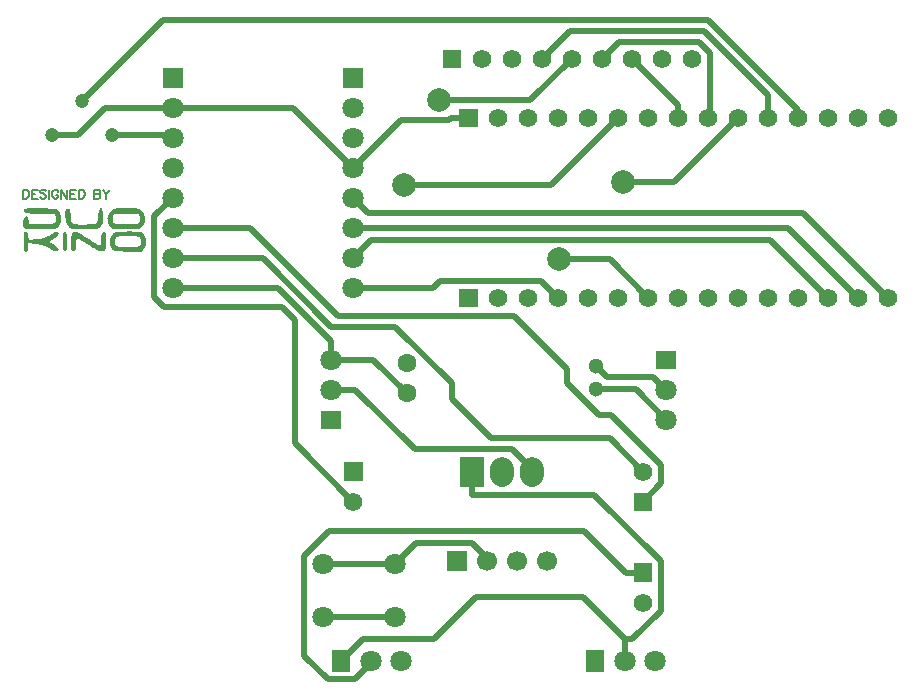
<source format=gtl>
G04 Layer: TopLayer*
G04 EasyEDA v6.4.7, 2020-12-06T11:07:03+08:00*
G04 Gerber Generator version 0.2*
G04 Scale: 100 percent, Rotated: No, Reflected: No *
G04 Dimensions in millimeters *
G04 leading zeros omitted , absolute positions ,3 integer and 3 decimal *
%FSLAX33Y33*%
%MOMM*%
G90*
D02*

%ADD11C,0.499999*%
%ADD12C,0.200000*%
%ADD13C,1.999996*%
%ADD14R,1.574800X1.574800*%
%ADD15C,1.574800*%
%ADD18C,1.699997*%
%ADD19R,1.799996X1.799996*%
%ADD20C,1.799996*%
%ADD21R,1.799996X1.574800*%
%ADD23C,1.198880*%
%ADD24C,1.299997*%
%ADD25C,1.599997*%

%LPD*%

%LPD*%
G36*
G01X9536Y41650D02*
G01X8921Y41650D01*
G01X8824Y41649D01*
G01X8737Y41648D01*
G01X8656Y41646D01*
G01X8584Y41643D01*
G01X8518Y41640D01*
G01X8459Y41635D01*
G01X8405Y41630D01*
G01X8357Y41623D01*
G01X8312Y41615D01*
G01X8273Y41606D01*
G01X8236Y41595D01*
G01X8203Y41582D01*
G01X8172Y41568D01*
G01X8143Y41551D01*
G01X8115Y41533D01*
G01X8088Y41513D01*
G01X8061Y41490D01*
G01X8034Y41466D01*
G01X8005Y41438D01*
G01X7975Y41408D01*
G01X7943Y41375D01*
G01X7900Y41328D01*
G01X7860Y41282D01*
G01X7825Y41235D01*
G01X7793Y41189D01*
G01X7765Y41142D01*
G01X7741Y41095D01*
G01X7721Y41048D01*
G01X7704Y41000D01*
G01X7692Y40952D01*
G01X7682Y40904D01*
G01X7677Y40855D01*
G01X7675Y40805D01*
G01X7678Y40738D01*
G01X7685Y40668D01*
G01X7696Y40599D01*
G01X7711Y40528D01*
G01X7731Y40459D01*
G01X7753Y40390D01*
G01X7779Y40324D01*
G01X7807Y40260D01*
G01X7837Y40199D01*
G01X7870Y40141D01*
G01X7904Y40089D01*
G01X7941Y40042D01*
G01X7978Y40000D01*
G01X8015Y39965D01*
G01X8053Y39938D01*
G01X8092Y39919D01*
G01X8108Y39914D01*
G01X8130Y39910D01*
G01X8159Y39905D01*
G01X8194Y39900D01*
G01X8234Y39896D01*
G01X8280Y39892D01*
G01X8332Y39888D01*
G01X8388Y39884D01*
G01X8448Y39881D01*
G01X8513Y39878D01*
G01X8581Y39874D01*
G01X8653Y39871D01*
G01X8728Y39869D01*
G01X8806Y39867D01*
G01X8887Y39865D01*
G01X8970Y39863D01*
G01X9054Y39862D01*
G01X9140Y39861D01*
G01X9228Y39861D01*
G01X9316Y39860D01*
G01X9441Y39860D01*
G01X9556Y39861D01*
G01X9662Y39861D01*
G01X9758Y39862D01*
G01X9847Y39863D01*
G01X9927Y39865D01*
G01X10000Y39868D01*
G01X10067Y39871D01*
G01X10127Y39875D01*
G01X10181Y39881D01*
G01X10230Y39887D01*
G01X10275Y39894D01*
G01X10314Y39902D01*
G01X10351Y39912D01*
G01X10384Y39923D01*
G01X10414Y39936D01*
G01X10441Y39951D01*
G01X10467Y39966D01*
G01X10492Y39984D01*
G01X10516Y40004D01*
G01X10540Y40026D01*
G01X10564Y40049D01*
G01X10589Y40075D01*
G01X10615Y40104D01*
G01X10654Y40150D01*
G01X10690Y40200D01*
G01X10723Y40251D01*
G01X10751Y40306D01*
G01X10777Y40362D01*
G01X10798Y40419D01*
G01X10816Y40478D01*
G01X10831Y40538D01*
G01X10841Y40599D01*
G01X10848Y40660D01*
G01X10852Y40722D01*
G01X10852Y40784D01*
G01X10849Y40845D01*
G01X10842Y40906D01*
G01X10832Y40966D01*
G01X10817Y41025D01*
G01X10800Y41082D01*
G01X10779Y41138D01*
G01X10754Y41192D01*
G01X10726Y41244D01*
G01X10695Y41293D01*
G01X10660Y41340D01*
G01X10622Y41383D01*
G01X10580Y41423D01*
G01X10545Y41454D01*
G01X10512Y41481D01*
G01X10479Y41506D01*
G01X10446Y41529D01*
G01X10412Y41548D01*
G01X10376Y41566D01*
G01X10339Y41581D01*
G01X10298Y41595D01*
G01X10252Y41607D01*
G01X10203Y41616D01*
G01X10147Y41625D01*
G01X10085Y41632D01*
G01X10016Y41637D01*
G01X9939Y41642D01*
G01X9853Y41645D01*
G01X9758Y41647D01*
G01X9653Y41649D01*
G01X9536Y41650D01*
G37*

%LPC*%
G36*
G01X8786Y41169D02*
G01X8689Y41170D01*
G01X8603Y41169D01*
G01X8529Y41167D01*
G01X8463Y41164D01*
G01X8407Y41159D01*
G01X8358Y41153D01*
G01X8317Y41145D01*
G01X8282Y41135D01*
G01X8253Y41123D01*
G01X8230Y41109D01*
G01X8210Y41093D01*
G01X8194Y41074D01*
G01X8179Y41054D01*
G01X8167Y41030D01*
G01X8156Y41003D01*
G01X8145Y40974D01*
G01X8123Y40902D01*
G01X8108Y40831D01*
G01X8101Y40763D01*
G01X8101Y40698D01*
G01X8109Y40636D01*
G01X8123Y40578D01*
G01X8145Y40524D01*
G01X8173Y40474D01*
G01X8208Y40430D01*
G01X8250Y40391D01*
G01X8298Y40359D01*
G01X8353Y40332D01*
G01X8382Y40322D01*
G01X8419Y40313D01*
G01X8462Y40305D01*
G01X8512Y40298D01*
G01X8567Y40292D01*
G01X8627Y40286D01*
G01X8692Y40281D01*
G01X8761Y40277D01*
G01X8835Y40275D01*
G01X8910Y40272D01*
G01X8989Y40271D01*
G01X9070Y40270D01*
G01X9152Y40270D01*
G01X9235Y40271D01*
G01X9319Y40273D01*
G01X9404Y40275D01*
G01X9570Y40281D01*
G01X9730Y40291D01*
G01X9806Y40296D01*
G01X9880Y40302D01*
G01X9950Y40309D01*
G01X10016Y40316D01*
G01X10078Y40324D01*
G01X10134Y40333D01*
G01X10185Y40342D01*
G01X10230Y40351D01*
G01X10268Y40361D01*
G01X10299Y40371D01*
G01X10323Y40382D01*
G01X10338Y40394D01*
G01X10358Y40421D01*
G01X10374Y40458D01*
G01X10389Y40505D01*
G01X10400Y40559D01*
G01X10408Y40619D01*
G01X10412Y40683D01*
G01X10412Y40748D01*
G01X10408Y40814D01*
G01X10379Y41132D01*
G01X9300Y41159D01*
G01X9151Y41163D01*
G01X9015Y41166D01*
G01X8894Y41168D01*
G01X8786Y41169D01*
G37*

%LPD*%
G36*
G01X7132Y41656D02*
G01X7116Y41659D01*
G01X7099Y41658D01*
G01X7082Y41652D01*
G01X7065Y41642D01*
G01X7049Y41628D01*
G01X7032Y41609D01*
G01X7016Y41586D01*
G01X7000Y41559D01*
G01X6986Y41528D01*
G01X6971Y41492D01*
G01X6957Y41452D01*
G01X6944Y41408D01*
G01X6932Y41359D01*
G01X6920Y41306D01*
G01X6910Y41249D01*
G01X6901Y41187D01*
G01X6893Y41121D01*
G01X6886Y41050D01*
G01X6881Y40975D01*
G01X6873Y40875D01*
G01X6863Y40777D01*
G01X6850Y40686D01*
G01X6836Y40603D01*
G01X6820Y40530D01*
G01X6804Y40471D01*
G01X6787Y40426D01*
G01X6770Y40399D01*
G01X6755Y40388D01*
G01X6733Y40376D01*
G01X6705Y40366D01*
G01X6671Y40355D01*
G01X6631Y40345D01*
G01X6586Y40335D01*
G01X6536Y40326D01*
G01X6482Y40317D01*
G01X6424Y40309D01*
G01X6363Y40301D01*
G01X6298Y40294D01*
G01X6230Y40287D01*
G01X6161Y40281D01*
G01X6015Y40271D01*
G01X5941Y40267D01*
G01X5865Y40263D01*
G01X5790Y40261D01*
G01X5715Y40258D01*
G01X5639Y40256D01*
G01X5493Y40256D01*
G01X5422Y40257D01*
G01X5353Y40259D01*
G01X5286Y40261D01*
G01X5223Y40264D01*
G01X5163Y40269D01*
G01X5106Y40274D01*
G01X5054Y40279D01*
G01X5006Y40286D01*
G01X4964Y40294D01*
G01X4926Y40303D01*
G01X4870Y40318D01*
G01X4821Y40333D01*
G01X4778Y40347D01*
G01X4741Y40363D01*
G01X4710Y40380D01*
G01X4683Y40400D01*
G01X4661Y40424D01*
G01X4643Y40453D01*
G01X4628Y40487D01*
G01X4616Y40528D01*
G01X4607Y40576D01*
G01X4599Y40633D01*
G01X4593Y40699D01*
G01X4588Y40776D01*
G01X4583Y40865D01*
G01X4578Y40965D01*
G01X4572Y41068D01*
G01X4564Y41162D01*
G01X4554Y41248D01*
G01X4542Y41323D01*
G01X4527Y41390D01*
G01X4510Y41447D01*
G01X4491Y41496D01*
G01X4469Y41537D01*
G01X4445Y41568D01*
G01X4417Y41591D01*
G01X4388Y41606D01*
G01X4355Y41612D01*
G01X4320Y41611D01*
G01X4281Y41601D01*
G01X4240Y41583D01*
G01X4196Y41558D01*
G01X4175Y41541D01*
G01X4156Y41517D01*
G01X4141Y41486D01*
G01X4127Y41451D01*
G01X4116Y41410D01*
G01X4107Y41364D01*
G01X4100Y41314D01*
G01X4096Y41260D01*
G01X4093Y41203D01*
G01X4093Y41143D01*
G01X4094Y41081D01*
G01X4098Y41017D01*
G01X4104Y40951D01*
G01X4111Y40884D01*
G01X4120Y40817D01*
G01X4131Y40749D01*
G01X4143Y40682D01*
G01X4157Y40616D01*
G01X4173Y40551D01*
G01X4191Y40487D01*
G01X4209Y40426D01*
G01X4229Y40368D01*
G01X4250Y40312D01*
G01X4273Y40260D01*
G01X4297Y40212D01*
G01X4322Y40169D01*
G01X4348Y40130D01*
G01X4375Y40097D01*
G01X4400Y40070D01*
G01X4425Y40045D01*
G01X4448Y40021D01*
G01X4471Y40000D01*
G01X4495Y39981D01*
G01X4520Y39964D01*
G01X4547Y39948D01*
G01X4575Y39934D01*
G01X4606Y39922D01*
G01X4640Y39911D01*
G01X4677Y39901D01*
G01X4719Y39893D01*
G01X4765Y39886D01*
G01X4816Y39880D01*
G01X4873Y39875D01*
G01X4936Y39871D01*
G01X5006Y39868D01*
G01X5083Y39865D01*
G01X5167Y39863D01*
G01X5260Y39862D01*
G01X5362Y39861D01*
G01X5473Y39861D01*
G01X5594Y39860D01*
G01X5858Y39860D01*
G01X5981Y39861D01*
G01X6093Y39861D01*
G01X6196Y39862D01*
G01X6289Y39863D01*
G01X6374Y39865D01*
G01X6452Y39867D01*
G01X6522Y39871D01*
G01X6585Y39875D01*
G01X6641Y39880D01*
G01X6692Y39886D01*
G01X6738Y39894D01*
G01X6779Y39902D01*
G01X6816Y39912D01*
G01X6850Y39924D01*
G01X6880Y39936D01*
G01X6909Y39951D01*
G01X6935Y39968D01*
G01X6960Y39986D01*
G01X6984Y40007D01*
G01X7008Y40029D01*
G01X7032Y40054D01*
G01X7058Y40080D01*
G01X7084Y40110D01*
G01X7118Y40148D01*
G01X7148Y40185D01*
G01X7175Y40222D01*
G01X7199Y40260D01*
G01X7220Y40298D01*
G01X7238Y40337D01*
G01X7254Y40378D01*
G01X7267Y40423D01*
G01X7279Y40470D01*
G01X7287Y40522D01*
G01X7295Y40578D01*
G01X7300Y40640D01*
G01X7304Y40707D01*
G01X7307Y40781D01*
G01X7308Y40863D01*
G01X7309Y40952D01*
G01X7308Y41028D01*
G01X7306Y41098D01*
G01X7301Y41165D01*
G01X7296Y41228D01*
G01X7289Y41286D01*
G01X7281Y41341D01*
G01X7272Y41390D01*
G01X7261Y41436D01*
G01X7250Y41477D01*
G01X7237Y41515D01*
G01X7224Y41547D01*
G01X7210Y41576D01*
G01X7195Y41601D01*
G01X7180Y41621D01*
G01X7164Y41637D01*
G01X7149Y41648D01*
G01X7132Y41656D01*
G37*

%LPD*%
G36*
G01X1497Y41643D02*
G01X1320Y41643D01*
G01X1241Y41642D01*
G01X1168Y41640D01*
G01X1101Y41638D01*
G01X1040Y41635D01*
G01X983Y41631D01*
G01X933Y41627D01*
G01X887Y41622D01*
G01X845Y41616D01*
G01X808Y41610D01*
G01X775Y41603D01*
G01X746Y41595D01*
G01X720Y41585D01*
G01X697Y41576D01*
G01X678Y41566D01*
G01X661Y41554D01*
G01X647Y41542D01*
G01X635Y41529D01*
G01X616Y41505D01*
G01X601Y41482D01*
G01X589Y41460D01*
G01X581Y41439D01*
G01X576Y41419D01*
G01X574Y41400D01*
G01X575Y41382D01*
G01X581Y41365D01*
G01X589Y41349D01*
G01X602Y41333D01*
G01X619Y41318D01*
G01X639Y41304D01*
G01X663Y41291D01*
G01X692Y41279D01*
G01X724Y41267D01*
G01X762Y41256D01*
G01X803Y41246D01*
G01X848Y41236D01*
G01X899Y41228D01*
G01X954Y41219D01*
G01X1013Y41212D01*
G01X1077Y41204D01*
G01X1146Y41198D01*
G01X1220Y41192D01*
G01X1298Y41186D01*
G01X1383Y41181D01*
G01X1472Y41176D01*
G01X1566Y41172D01*
G01X1666Y41168D01*
G01X1771Y41165D01*
G01X1882Y41162D01*
G01X1997Y41159D01*
G01X3227Y41132D01*
G01X3316Y40872D01*
G01X3338Y40800D01*
G01X3352Y40737D01*
G01X3358Y40681D01*
G01X3354Y40631D01*
G01X3342Y40585D01*
G01X3320Y40539D01*
G01X3288Y40495D01*
G01X3246Y40448D01*
G01X3225Y40428D01*
G01X3203Y40410D01*
G01X3180Y40394D01*
G01X3154Y40379D01*
G01X3125Y40365D01*
G01X3093Y40352D01*
G01X3057Y40341D01*
G01X3017Y40332D01*
G01X2972Y40323D01*
G01X2923Y40315D01*
G01X2868Y40308D01*
G01X2807Y40303D01*
G01X2741Y40298D01*
G01X2667Y40294D01*
G01X2586Y40291D01*
G01X2497Y40288D01*
G01X2401Y40286D01*
G01X2296Y40285D01*
G01X2182Y40284D01*
G01X1031Y40284D01*
G01X1001Y40567D01*
G01X994Y40626D01*
G01X983Y40684D01*
G01X971Y40740D01*
G01X957Y40792D01*
G01X941Y40839D01*
G01X925Y40880D01*
G01X908Y40912D01*
G01X891Y40935D01*
G01X864Y40958D01*
G01X835Y40971D01*
G01X805Y40975D01*
G01X775Y40971D01*
G01X745Y40959D01*
G01X714Y40939D01*
G01X685Y40913D01*
G01X657Y40880D01*
G01X630Y40842D01*
G01X606Y40800D01*
G01X584Y40752D01*
G01X564Y40701D01*
G01X549Y40646D01*
G01X537Y40589D01*
G01X530Y40530D01*
G01X527Y40469D01*
G01X527Y40360D01*
G01X528Y40311D01*
G01X529Y40265D01*
G01X531Y40222D01*
G01X535Y40183D01*
G01X540Y40146D01*
G01X547Y40113D01*
G01X556Y40082D01*
G01X567Y40054D01*
G01X581Y40028D01*
G01X598Y40005D01*
G01X619Y39983D01*
G01X643Y39964D01*
G01X670Y39948D01*
G01X702Y39932D01*
G01X738Y39919D01*
G01X779Y39908D01*
G01X824Y39898D01*
G01X875Y39890D01*
G01X932Y39883D01*
G01X994Y39877D01*
G01X1062Y39872D01*
G01X1137Y39868D01*
G01X1218Y39865D01*
G01X1307Y39863D01*
G01X1402Y39862D01*
G01X1505Y39861D01*
G01X1615Y39861D01*
G01X1734Y39860D01*
G01X2268Y39860D01*
G01X2389Y39861D01*
G01X2500Y39861D01*
G01X2603Y39862D01*
G01X2698Y39863D01*
G01X2785Y39864D01*
G01X2865Y39866D01*
G01X2937Y39868D01*
G01X3003Y39871D01*
G01X3062Y39875D01*
G01X3117Y39880D01*
G01X3165Y39885D01*
G01X3209Y39891D01*
G01X3248Y39898D01*
G01X3283Y39906D01*
G01X3315Y39916D01*
G01X3344Y39926D01*
G01X3369Y39938D01*
G01X3392Y39951D01*
G01X3414Y39965D01*
G01X3434Y39981D01*
G01X3452Y39998D01*
G01X3471Y40017D01*
G01X3488Y40037D01*
G01X3507Y40059D01*
G01X3525Y40083D01*
G01X3545Y40109D01*
G01X3575Y40151D01*
G01X3602Y40196D01*
G01X3627Y40244D01*
G01X3649Y40294D01*
G01X3669Y40347D01*
G01X3686Y40401D01*
G01X3700Y40457D01*
G01X3712Y40515D01*
G01X3722Y40573D01*
G01X3729Y40632D01*
G01X3734Y40692D01*
G01X3736Y40752D01*
G01X3735Y40811D01*
G01X3732Y40871D01*
G01X3726Y40930D01*
G01X3718Y40987D01*
G01X3707Y41044D01*
G01X3694Y41099D01*
G01X3678Y41152D01*
G01X3660Y41203D01*
G01X3638Y41252D01*
G01X3615Y41298D01*
G01X3589Y41341D01*
G01X3560Y41381D01*
G01X3539Y41407D01*
G01X3519Y41430D01*
G01X3499Y41452D01*
G01X3479Y41472D01*
G01X3433Y41506D01*
G01X3407Y41521D01*
G01X3378Y41535D01*
G01X3346Y41547D01*
G01X3309Y41557D01*
G01X3268Y41568D01*
G01X3222Y41576D01*
G01X3170Y41584D01*
G01X3112Y41591D01*
G01X3047Y41597D01*
G01X2975Y41603D01*
G01X2895Y41608D01*
G01X2806Y41612D01*
G01X2708Y41616D01*
G01X2601Y41620D01*
G01X2484Y41623D01*
G01X2355Y41627D01*
G01X2216Y41630D01*
G01X2065Y41634D01*
G01X1935Y41637D01*
G01X1815Y41639D01*
G01X1701Y41641D01*
G01X1596Y41642D01*
G01X1497Y41643D01*
G37*

%LPD*%
G36*
G01X4898Y39665D02*
G01X4866Y39665D01*
G01X4836Y39663D01*
G01X4809Y39657D01*
G01X4784Y39648D01*
G01X4761Y39637D01*
G01X4740Y39624D01*
G01X4721Y39607D01*
G01X4705Y39587D01*
G01X4689Y39565D01*
G01X4677Y39538D01*
G01X4664Y39502D01*
G01X4653Y39456D01*
G01X4642Y39404D01*
G01X4632Y39344D01*
G01X4623Y39279D01*
G01X4615Y39208D01*
G01X4608Y39133D01*
G01X4601Y39056D01*
G01X4596Y38975D01*
G01X4592Y38892D01*
G01X4588Y38810D01*
G01X4586Y38727D01*
G01X4585Y38646D01*
G01X4584Y38566D01*
G01X4585Y38489D01*
G01X4587Y38416D01*
G01X4591Y38347D01*
G01X4595Y38284D01*
G01X4601Y38227D01*
G01X4608Y38177D01*
G01X4616Y38136D01*
G01X4626Y38103D01*
G01X4637Y38080D01*
G01X4683Y38033D01*
G01X4742Y38004D01*
G01X4807Y37994D01*
G01X4871Y38006D01*
G01X4897Y38019D01*
G01X4920Y38037D01*
G01X4940Y38060D01*
G01X4958Y38089D01*
G01X4973Y38124D01*
G01X4986Y38166D01*
G01X4996Y38214D01*
G01X5004Y38271D01*
G01X5010Y38336D01*
G01X5014Y38409D01*
G01X5017Y38493D01*
G01X5018Y38585D01*
G01X5020Y38711D01*
G01X5025Y38819D01*
G01X5033Y38909D01*
G01X5046Y38981D01*
G01X5062Y39037D01*
G01X5083Y39076D01*
G01X5106Y39099D01*
G01X5135Y39106D01*
G01X5151Y39103D01*
G01X5176Y39095D01*
G01X5208Y39081D01*
G01X5248Y39062D01*
G01X5294Y39038D01*
G01X5346Y39009D01*
G01X5404Y38977D01*
G01X5468Y38940D01*
G01X5536Y38900D01*
G01X5608Y38856D01*
G01X5684Y38810D01*
G01X5763Y38760D01*
G01X5845Y38709D01*
G01X5929Y38655D01*
G01X6015Y38599D01*
G01X6103Y38541D01*
G01X6179Y38491D01*
G01X6253Y38442D01*
G01X6325Y38396D01*
G01X6394Y38353D01*
G01X6461Y38312D01*
G01X6525Y38273D01*
G01X6587Y38237D01*
G01X6647Y38204D01*
G01X6705Y38172D01*
G01X6760Y38143D01*
G01X6813Y38117D01*
G01X6864Y38093D01*
G01X6913Y38072D01*
G01X6960Y38053D01*
G01X7004Y38037D01*
G01X7047Y38023D01*
G01X7088Y38012D01*
G01X7127Y38003D01*
G01X7163Y37997D01*
G01X7198Y37994D01*
G01X7231Y37993D01*
G01X7263Y37995D01*
G01X7292Y37999D01*
G01X7320Y38006D01*
G01X7347Y38016D01*
G01X7371Y38028D01*
G01X7394Y38043D01*
G01X7415Y38060D01*
G01X7435Y38081D01*
G01X7453Y38104D01*
G01X7470Y38129D01*
G01X7485Y38158D01*
G01X7500Y38189D01*
G01X7512Y38223D01*
G01X7523Y38260D01*
G01X7533Y38299D01*
G01X7542Y38341D01*
G01X7549Y38386D01*
G01X7556Y38434D01*
G01X7561Y38484D01*
G01X7565Y38537D01*
G01X7568Y38594D01*
G01X7570Y38653D01*
G01X7571Y38714D01*
G01X7571Y38779D01*
G01X7570Y38847D01*
G01X7568Y38917D01*
G01X7565Y38991D01*
G01X7559Y39121D01*
G01X7552Y39233D01*
G01X7545Y39327D01*
G01X7536Y39405D01*
G01X7525Y39468D01*
G01X7512Y39518D01*
G01X7496Y39557D01*
G01X7476Y39585D01*
G01X7452Y39605D01*
G01X7425Y39617D01*
G01X7392Y39623D01*
G01X7355Y39625D01*
G01X7317Y39623D01*
G01X7285Y39617D01*
G01X7257Y39605D01*
G01X7234Y39587D01*
G01X7214Y39560D01*
G01X7198Y39524D01*
G01X7185Y39477D01*
G01X7173Y39418D01*
G01X7164Y39346D01*
G01X7157Y39259D01*
G01X7150Y39156D01*
G01X7144Y39036D01*
G01X7137Y38917D01*
G01X7128Y38807D01*
G01X7118Y38708D01*
G01X7106Y38620D01*
G01X7093Y38549D01*
G01X7079Y38494D01*
G01X7066Y38460D01*
G01X7053Y38448D01*
G01X7044Y38451D01*
G01X7030Y38457D01*
G01X7010Y38466D01*
G01X6985Y38480D01*
G01X6955Y38497D01*
G01X6920Y38517D01*
G01X6881Y38541D01*
G01X6837Y38567D01*
G01X6789Y38596D01*
G01X6738Y38628D01*
G01X6683Y38663D01*
G01X6624Y38700D01*
G01X6563Y38739D01*
G01X6499Y38780D01*
G01X6432Y38823D01*
G01X6364Y38868D01*
G01X6293Y38914D01*
G01X6147Y39010D01*
G01X6072Y39060D01*
G01X5978Y39122D01*
G01X5889Y39181D01*
G01X5803Y39235D01*
G01X5722Y39287D01*
G01X5643Y39335D01*
G01X5569Y39379D01*
G01X5499Y39420D01*
G01X5431Y39458D01*
G01X5368Y39493D01*
G01X5307Y39524D01*
G01X5250Y39552D01*
G01X5195Y39577D01*
G01X5144Y39599D01*
G01X5096Y39618D01*
G01X5051Y39633D01*
G01X5008Y39646D01*
G01X4969Y39655D01*
G01X4932Y39661D01*
G01X4898Y39665D01*
G37*

%LPD*%
G36*
G01X4053Y39658D02*
G01X4030Y39658D01*
G01X4011Y39654D01*
G01X3993Y39644D01*
G01X3978Y39629D01*
G01X3965Y39607D01*
G01X3954Y39577D01*
G01X3945Y39538D01*
G01X3937Y39490D01*
G01X3931Y39432D01*
G01X3926Y39363D01*
G01X3923Y39282D01*
G01X3921Y39189D01*
G01X3919Y39081D01*
G01X3918Y38961D01*
G01X3918Y38687D01*
G01X3919Y38566D01*
G01X3921Y38459D01*
G01X3923Y38365D01*
G01X3926Y38284D01*
G01X3931Y38215D01*
G01X3937Y38157D01*
G01X3945Y38109D01*
G01X3954Y38071D01*
G01X3965Y38041D01*
G01X3978Y38019D01*
G01X3993Y38003D01*
G01X4011Y37994D01*
G01X4030Y37990D01*
G01X4053Y37990D01*
G01X4078Y37994D01*
G01X4103Y38000D01*
G01X4125Y38009D01*
G01X4144Y38022D01*
G01X4162Y38039D01*
G01X4177Y38060D01*
G01X4189Y38087D01*
G01X4201Y38121D01*
G01X4210Y38162D01*
G01X4218Y38210D01*
G01X4225Y38267D01*
G01X4229Y38333D01*
G01X4233Y38409D01*
G01X4236Y38495D01*
G01X4238Y38592D01*
G01X4239Y38702D01*
G01X4239Y38946D01*
G01X4238Y39055D01*
G01X4236Y39153D01*
G01X4233Y39239D01*
G01X4229Y39315D01*
G01X4225Y39381D01*
G01X4218Y39437D01*
G01X4210Y39486D01*
G01X4201Y39526D01*
G01X4189Y39560D01*
G01X4177Y39587D01*
G01X4162Y39609D01*
G01X4144Y39626D01*
G01X4125Y39639D01*
G01X4103Y39647D01*
G01X4078Y39654D01*
G01X4053Y39658D01*
G37*

%LPD*%
G36*
G01X9718Y39672D02*
G01X9336Y39672D01*
G01X9218Y39671D01*
G01X9109Y39671D01*
G01X9009Y39670D01*
G01X8917Y39668D01*
G01X8833Y39667D01*
G01X8756Y39664D01*
G01X8687Y39661D01*
G01X8623Y39657D01*
G01X8566Y39652D01*
G01X8514Y39647D01*
G01X8467Y39640D01*
G01X8425Y39633D01*
G01X8387Y39624D01*
G01X8353Y39614D01*
G01X8322Y39603D01*
G01X8293Y39591D01*
G01X8267Y39577D01*
G01X8243Y39562D01*
G01X8220Y39545D01*
G01X8198Y39527D01*
G01X8177Y39507D01*
G01X8155Y39485D01*
G01X8134Y39461D01*
G01X8091Y39412D01*
G01X8052Y39362D01*
G01X8017Y39311D01*
G01X7986Y39259D01*
G01X7958Y39206D01*
G01X7934Y39152D01*
G01X7915Y39097D01*
G01X7898Y39042D01*
G01X7886Y38985D01*
G01X7877Y38928D01*
G01X7871Y38870D01*
G01X7870Y38810D01*
G01X7872Y38750D01*
G01X7879Y38689D01*
G01X7888Y38627D01*
G01X7901Y38565D01*
G01X7914Y38515D01*
G01X7926Y38468D01*
G01X7940Y38424D01*
G01X7953Y38382D01*
G01X7967Y38344D01*
G01X7982Y38307D01*
G01X7998Y38274D01*
G01X8016Y38242D01*
G01X8035Y38213D01*
G01X8056Y38186D01*
G01X8079Y38161D01*
G01X8105Y38138D01*
G01X8133Y38117D01*
G01X8164Y38098D01*
G01X8197Y38081D01*
G01X8234Y38065D01*
G01X8274Y38051D01*
G01X8317Y38039D01*
G01X8365Y38028D01*
G01X8417Y38018D01*
G01X8473Y38010D01*
G01X8533Y38002D01*
G01X8598Y37996D01*
G01X8669Y37991D01*
G01X8744Y37987D01*
G01X8824Y37983D01*
G01X8910Y37981D01*
G01X9002Y37979D01*
G01X9100Y37977D01*
G01X9204Y37977D01*
G01X9315Y37976D01*
G01X10611Y37976D01*
G01X10797Y38282D01*
G01X10827Y38334D01*
G01X10853Y38388D01*
G01X10876Y38443D01*
G01X10895Y38499D01*
G01X10911Y38556D01*
G01X10924Y38614D01*
G01X10933Y38673D01*
G01X10939Y38732D01*
G01X10941Y38792D01*
G01X10940Y38852D01*
G01X10936Y38912D01*
G01X10929Y38973D01*
G01X10917Y39033D01*
G01X10903Y39094D01*
G01X10885Y39154D01*
G01X10865Y39214D01*
G01X10840Y39273D01*
G01X10813Y39331D01*
G01X10782Y39389D01*
G01X10747Y39446D01*
G01X10730Y39473D01*
G01X10714Y39497D01*
G01X10697Y39518D01*
G01X10681Y39539D01*
G01X10662Y39557D01*
G01X10643Y39573D01*
G01X10622Y39588D01*
G01X10597Y39602D01*
G01X10570Y39613D01*
G01X10540Y39624D01*
G01X10505Y39633D01*
G01X10466Y39641D01*
G01X10422Y39647D01*
G01X10373Y39653D01*
G01X10317Y39658D01*
G01X10255Y39662D01*
G01X10186Y39665D01*
G01X10109Y39667D01*
G01X10025Y39669D01*
G01X9931Y39670D01*
G01X9829Y39671D01*
G01X9718Y39672D01*
G37*

%LPC*%
G36*
G01X9502Y39297D02*
G01X9331Y39297D01*
G01X9246Y39295D01*
G01X9162Y39293D01*
G01X9079Y39290D01*
G01X8999Y39286D01*
G01X8922Y39281D01*
G01X8848Y39275D01*
G01X8778Y39268D01*
G01X8713Y39261D01*
G01X8652Y39252D01*
G01X8597Y39243D01*
G01X8549Y39232D01*
G01X8506Y39221D01*
G01X8472Y39209D01*
G01X8445Y39196D01*
G01X8427Y39182D01*
G01X8394Y39140D01*
G01X8368Y39088D01*
G01X8347Y39029D01*
G01X8332Y38964D01*
G01X8324Y38895D01*
G01X8321Y38824D01*
G01X8324Y38753D01*
G01X8332Y38684D01*
G01X8347Y38619D01*
G01X8368Y38559D01*
G01X8394Y38507D01*
G01X8427Y38466D01*
G01X8445Y38452D01*
G01X8472Y38439D01*
G01X8506Y38427D01*
G01X8549Y38415D01*
G01X8597Y38405D01*
G01X8652Y38395D01*
G01X8713Y38387D01*
G01X8778Y38379D01*
G01X8848Y38372D01*
G01X8922Y38366D01*
G01X8999Y38362D01*
G01X9079Y38358D01*
G01X9162Y38354D01*
G01X9246Y38352D01*
G01X9331Y38350D01*
G01X9502Y38350D01*
G01X9587Y38352D01*
G01X9671Y38354D01*
G01X9754Y38358D01*
G01X9834Y38362D01*
G01X9911Y38366D01*
G01X9985Y38372D01*
G01X10055Y38379D01*
G01X10120Y38387D01*
G01X10181Y38395D01*
G01X10236Y38405D01*
G01X10284Y38415D01*
G01X10326Y38427D01*
G01X10361Y38439D01*
G01X10388Y38452D01*
G01X10406Y38466D01*
G01X10428Y38493D01*
G01X10449Y38529D01*
G01X10467Y38571D01*
G01X10484Y38618D01*
G01X10497Y38667D01*
G01X10507Y38720D01*
G01X10514Y38772D01*
G01X10516Y38824D01*
G01X10514Y38875D01*
G01X10507Y38928D01*
G01X10497Y38980D01*
G01X10484Y39030D01*
G01X10467Y39077D01*
G01X10449Y39119D01*
G01X10428Y39154D01*
G01X10406Y39182D01*
G01X10388Y39196D01*
G01X10361Y39209D01*
G01X10326Y39221D01*
G01X10284Y39232D01*
G01X10236Y39243D01*
G01X10181Y39252D01*
G01X10120Y39261D01*
G01X10055Y39268D01*
G01X9985Y39275D01*
G01X9911Y39281D01*
G01X9834Y39286D01*
G01X9754Y39290D01*
G01X9671Y39293D01*
G01X9587Y39295D01*
G01X9502Y39297D01*
G37*

%LPD*%
G36*
G01X3369Y39660D02*
G01X3327Y39660D01*
G01X3278Y39648D01*
G01X3219Y39624D01*
G01X3150Y39588D01*
G01X3066Y39539D01*
G01X2986Y39491D01*
G01X2910Y39446D01*
G01X2838Y39404D01*
G01X2770Y39364D01*
G01X2705Y39328D01*
G01X2642Y39295D01*
G01X2583Y39264D01*
G01X2525Y39236D01*
G01X2469Y39210D01*
G01X2415Y39187D01*
G01X2362Y39166D01*
G01X2310Y39146D01*
G01X2258Y39129D01*
G01X2206Y39113D01*
G01X2154Y39100D01*
G01X2101Y39088D01*
G01X2047Y39076D01*
G01X1992Y39067D01*
G01X1935Y39059D01*
G01X1876Y39051D01*
G01X1814Y39044D01*
G01X1750Y39038D01*
G01X1682Y39033D01*
G01X1611Y39029D01*
G01X999Y38992D01*
G01X969Y39308D01*
G01X960Y39382D01*
G01X946Y39448D01*
G01X929Y39504D01*
G01X907Y39552D01*
G01X881Y39591D01*
G01X851Y39621D01*
G01X817Y39642D01*
G01X779Y39654D01*
G01X717Y39657D01*
G01X664Y39640D01*
G01X629Y39607D01*
G01X614Y39561D01*
G01X613Y39525D01*
G01X612Y39483D01*
G01X611Y39434D01*
G01X610Y39379D01*
G01X609Y39320D01*
G01X608Y39255D01*
G01X608Y39187D01*
G01X607Y39117D01*
G01X606Y39043D01*
G01X606Y38892D01*
G01X605Y38816D01*
G01X605Y38457D01*
G01X606Y38395D01*
G01X606Y38337D01*
G01X607Y38284D01*
G01X607Y38237D01*
G01X608Y38198D01*
G01X609Y38165D01*
G01X610Y38141D01*
G01X627Y38073D01*
G01X667Y38021D01*
G01X726Y37988D01*
G01X802Y37976D01*
G01X853Y37979D01*
G01X894Y37990D01*
G01X926Y38011D01*
G01X950Y38042D01*
G01X967Y38087D01*
G01X978Y38147D01*
G01X984Y38224D01*
G01X986Y38319D01*
G01X986Y38663D01*
G01X1629Y38607D01*
G01X1701Y38600D01*
G01X1769Y38593D01*
G01X1836Y38585D01*
G01X1900Y38575D01*
G01X1962Y38565D01*
G01X2022Y38554D01*
G01X2081Y38542D01*
G01X2139Y38528D01*
G01X2196Y38514D01*
G01X2251Y38497D01*
G01X2306Y38479D01*
G01X2361Y38460D01*
G01X2416Y38439D01*
G01X2471Y38417D01*
G01X2527Y38393D01*
G01X2583Y38367D01*
G01X2640Y38339D01*
G01X2698Y38309D01*
G01X2757Y38277D01*
G01X2818Y38243D01*
G01X2923Y38184D01*
G01X3015Y38135D01*
G01X3096Y38094D01*
G01X3167Y38061D01*
G01X3228Y38035D01*
G01X3281Y38018D01*
G01X3326Y38008D01*
G01X3366Y38005D01*
G01X3400Y38008D01*
G01X3430Y38018D01*
G01X3456Y38034D01*
G01X3481Y38056D01*
G01X3511Y38091D01*
G01X3528Y38126D01*
G01X3534Y38160D01*
G01X3525Y38198D01*
G01X3503Y38238D01*
G01X3466Y38284D01*
G01X3414Y38338D01*
G01X3346Y38401D01*
G01X3292Y38448D01*
G01X3235Y38496D01*
G01X3178Y38543D01*
G01X3121Y38589D01*
G01X3066Y38631D01*
G01X3016Y38668D01*
G01X2971Y38700D01*
G01X2934Y38724D01*
G01X2847Y38782D01*
G01X2818Y38824D01*
G01X2847Y38866D01*
G01X2934Y38923D01*
G01X2971Y38947D01*
G01X3016Y38979D01*
G01X3066Y39017D01*
G01X3121Y39059D01*
G01X3178Y39104D01*
G01X3235Y39152D01*
G01X3292Y39199D01*
G01X3346Y39246D01*
G01X3415Y39310D01*
G01X3467Y39364D01*
G01X3504Y39410D01*
G01X3526Y39451D01*
G01X3534Y39488D01*
G01X3528Y39523D01*
G01X3509Y39557D01*
G01X3479Y39594D01*
G01X3443Y39627D01*
G01X3407Y39649D01*
G01X3369Y39660D01*
G37*

%LPD*%
G54D11*
G01X55999Y49293D02*
G01X55999Y50373D01*
G01X52080Y54292D01*
G01X32049Y7043D02*
G01X25951Y7043D01*
G01X52999Y16791D02*
G01X54576Y18369D01*
G01X54576Y19939D01*
G01X50342Y24173D01*
G01X49263Y24173D01*
G01X46601Y26837D01*
G01X46601Y28003D01*
G01X42080Y32524D01*
G01X27228Y32524D01*
G01X19771Y39982D01*
G01X13200Y39982D01*
G01X38559Y19293D02*
G01X38559Y17391D01*
G01X51501Y5133D02*
G01X51501Y3302D01*
G01X27459Y3302D02*
G01X29303Y5146D01*
G01X35293Y5146D01*
G01X38839Y8691D01*
G01X47939Y8691D01*
G01X51501Y5133D01*
G01X38559Y17391D02*
G01X48900Y17391D01*
G01X54541Y11750D01*
G01X54541Y7566D01*
G01X52110Y5133D01*
G01X51501Y5133D01*
G01X13200Y42522D02*
G01X11633Y40954D01*
G01X11633Y34127D01*
G01X12481Y33276D01*
G01X22418Y33276D01*
G01X23538Y32158D01*
G01X23538Y21755D01*
G01X28501Y16791D01*
G01X45839Y34053D02*
G01X44399Y35493D01*
G01X35849Y35493D01*
G01X35257Y34902D01*
G01X28440Y34902D01*
G01X13200Y34902D02*
G01X22070Y34902D01*
G01X26596Y30378D01*
G01X26596Y28834D01*
G01X26596Y28834D02*
G01X30190Y28834D01*
G01X32999Y26022D01*
G01X8039Y47871D02*
G01X12931Y47871D01*
G01X13200Y47602D01*
G01X32049Y11541D02*
G01X33802Y13294D01*
G01X38559Y13294D01*
G01X39829Y12024D01*
G01X39829Y11793D01*
G01X25951Y11541D02*
G01X32049Y11541D01*
G01X49022Y26304D02*
G01X52448Y26304D01*
G01X55001Y23754D01*
G01X13200Y50142D02*
G01X7467Y50142D01*
G01X5194Y47871D01*
G01X2959Y47871D01*
G01X28440Y45062D02*
G01X23360Y50142D01*
G01X13200Y50142D01*
G01X36779Y49293D02*
G01X36611Y49126D01*
G01X32504Y49126D01*
G01X28440Y45062D01*
G01X26596Y26294D02*
G01X28625Y26294D01*
G01X33670Y21247D01*
G01X41950Y21247D01*
G01X43639Y19560D01*
G01X43639Y19293D01*
G01X38219Y49293D02*
G01X36779Y49293D01*
G01X55001Y26294D02*
G01X53901Y27393D01*
G01X49933Y27393D01*
G01X49022Y28305D01*
G01X53459Y34053D02*
G01X50208Y37304D01*
G01X45874Y37304D01*
G01X58539Y49293D02*
G01X58696Y49451D01*
G01X58696Y54792D01*
G01X57734Y55755D01*
G01X51003Y55755D01*
G01X49540Y54292D01*
G01X66159Y49293D02*
G01X66159Y49992D01*
G01X58536Y57614D01*
G01X12400Y57614D01*
G01X5499Y50716D01*
G01X28440Y37442D02*
G01X29956Y38955D01*
G01X63797Y38955D01*
G01X68699Y34053D01*
G01X71239Y34053D02*
G01X65311Y39982D01*
G01X28440Y39982D01*
G01X73779Y34053D02*
G01X66593Y41239D01*
G01X29723Y41239D01*
G01X28440Y42522D01*
G01X63619Y49293D02*
G01X63619Y51198D01*
G01X58150Y56667D01*
G01X46835Y56667D01*
G01X44460Y54292D01*
G01X52999Y10792D02*
G01X51559Y10792D01*
G01X29999Y3302D02*
G01X29999Y3106D01*
G01X28641Y1750D01*
G01X26337Y1750D01*
G01X24353Y3733D01*
G01X24353Y12204D01*
G01X26464Y14315D01*
G01X48036Y14315D01*
G01X51559Y10792D01*
G01X35750Y50777D02*
G01X43487Y50777D01*
G01X47000Y54292D01*
G01X61079Y49293D02*
G01X55633Y43848D01*
G01X51300Y43848D01*
G01X50919Y49293D02*
G01X45237Y43611D01*
G01X32801Y43611D01*
G01X13200Y37442D02*
G01X20807Y37442D01*
G01X26629Y31620D01*
G01X32014Y31620D01*
G01X36830Y26807D01*
G01X36830Y25455D01*
G01X40132Y22151D01*
G01X50180Y22151D01*
G01X52999Y19331D01*
G54D12*
G01X528Y43225D02*
G01X528Y42461D01*
G01X528Y43225D02*
G01X782Y43225D01*
G01X891Y43190D01*
G01X965Y43116D01*
G01X1000Y43042D01*
G01X1036Y42933D01*
G01X1036Y42753D01*
G01X1000Y42644D01*
G01X965Y42570D01*
G01X891Y42496D01*
G01X782Y42461D01*
G01X528Y42461D01*
G01X1277Y43225D02*
G01X1277Y42461D01*
G01X1277Y43225D02*
G01X1750Y43225D01*
G01X1277Y42862D02*
G01X1567Y42862D01*
G01X1277Y42461D02*
G01X1750Y42461D01*
G01X2499Y43116D02*
G01X2425Y43190D01*
G01X2316Y43225D01*
G01X2171Y43225D01*
G01X2062Y43190D01*
G01X1988Y43116D01*
G01X1988Y43042D01*
G01X2026Y42971D01*
G01X2062Y42933D01*
G01X2136Y42898D01*
G01X2354Y42824D01*
G01X2425Y42788D01*
G01X2461Y42753D01*
G01X2499Y42679D01*
G01X2499Y42570D01*
G01X2425Y42496D01*
G01X2316Y42461D01*
G01X2171Y42461D01*
G01X2062Y42496D01*
G01X1988Y42570D01*
G01X2738Y43225D02*
G01X2738Y42461D01*
G01X3525Y43042D02*
G01X3487Y43116D01*
G01X3416Y43190D01*
G01X3342Y43225D01*
G01X3197Y43225D01*
G01X3124Y43190D01*
G01X3050Y43116D01*
G01X3014Y43042D01*
G01X2979Y42933D01*
G01X2979Y42753D01*
G01X3014Y42644D01*
G01X3050Y42570D01*
G01X3124Y42496D01*
G01X3197Y42461D01*
G01X3342Y42461D01*
G01X3416Y42496D01*
G01X3487Y42570D01*
G01X3525Y42644D01*
G01X3525Y42753D01*
G01X3342Y42753D02*
G01X3525Y42753D01*
G01X3764Y43225D02*
G01X3764Y42461D01*
G01X3764Y43225D02*
G01X4272Y42461D01*
G01X4272Y43225D02*
G01X4272Y42461D01*
G01X4513Y43225D02*
G01X4513Y42461D01*
G01X4513Y43225D02*
G01X4986Y43225D01*
G01X4513Y42862D02*
G01X4803Y42862D01*
G01X4513Y42461D02*
G01X4986Y42461D01*
G01X5227Y43225D02*
G01X5227Y42461D01*
G01X5227Y43225D02*
G01X5481Y43225D01*
G01X5590Y43190D01*
G01X5661Y43116D01*
G01X5699Y43042D01*
G01X5735Y42933D01*
G01X5735Y42753D01*
G01X5699Y42644D01*
G01X5661Y42570D01*
G01X5590Y42496D01*
G01X5481Y42461D01*
G01X5227Y42461D01*
G01X6535Y43225D02*
G01X6535Y42461D01*
G01X6535Y43225D02*
G01X6863Y43225D01*
G01X6972Y43190D01*
G01X7007Y43152D01*
G01X7043Y43080D01*
G01X7043Y43007D01*
G01X7007Y42933D01*
G01X6972Y42898D01*
G01X6863Y42862D01*
G01X6535Y42862D02*
G01X6863Y42862D01*
G01X6972Y42824D01*
G01X7007Y42788D01*
G01X7043Y42715D01*
G01X7043Y42605D01*
G01X7007Y42534D01*
G01X6972Y42496D01*
G01X6863Y42461D01*
G01X6535Y42461D01*
G01X7284Y43225D02*
G01X7574Y42862D01*
G01X7574Y42461D01*
G01X7866Y43225D02*
G01X7574Y42862D01*
G54D14*
G01X52999Y16792D03*
G54D15*
G01X52999Y19332D03*
G36*
G01X27712Y20120D02*
G01X29287Y20120D01*
G01X29287Y18545D01*
G01X27712Y18545D01*
G01X27712Y20120D01*
G37*
G01X28500Y16792D03*
G36*
G01X52212Y11580D02*
G01X53787Y11580D01*
G01X53787Y10005D01*
G01X52212Y10005D01*
G01X52212Y11580D01*
G37*
G01X52999Y8252D03*
G36*
G01X37558Y20542D02*
G01X39560Y20542D01*
G01X39560Y18043D01*
G01X37558Y18043D01*
G01X37558Y20542D01*
G37*
G36*
G01X36052Y55079D02*
G01X37627Y55079D01*
G01X37627Y53505D01*
G01X36052Y53505D01*
G01X36052Y55079D01*
G37*
G01X39380Y54292D03*
G01X41920Y54292D03*
G01X44460Y54292D03*
G01X47000Y54292D03*
G01X49540Y54292D03*
G01X52080Y54292D03*
G01X54620Y54292D03*
G01X57160Y54292D03*
G36*
G01X36439Y12643D02*
G01X38139Y12643D01*
G01X38139Y10943D01*
G01X36439Y10943D01*
G01X36439Y12643D01*
G37*
G54D18*
G01X39829Y11793D03*
G01X42369Y11793D03*
G01X44909Y11793D03*
G54D19*
G01X13200Y52682D03*
G54D20*
G01X13200Y50142D03*
G01X13200Y47602D03*
G01X13200Y45062D03*
G01X13200Y42522D03*
G01X13200Y39982D03*
G01X13200Y37442D03*
G01X13200Y34902D03*
G54D19*
G01X28440Y52682D03*
G54D20*
G01X28440Y50142D03*
G01X28440Y47602D03*
G01X28440Y45062D03*
G01X28440Y42522D03*
G01X28440Y39982D03*
G01X28440Y37442D03*
G01X28440Y34902D03*
G01X55001Y23753D03*
G01X55001Y26293D03*
G54D21*
G01X55001Y28833D03*
G54D20*
G01X26595Y28833D03*
G01X26595Y26293D03*
G54D21*
G01X26595Y23753D03*
G54D20*
G01X32539Y3302D03*
G01X29999Y3302D03*
G36*
G01X26672Y4201D02*
G01X28247Y4201D01*
G01X28247Y2402D01*
G01X26672Y2402D01*
G01X26672Y4201D01*
G37*
G01X54040Y3302D03*
G01X51500Y3302D03*
G36*
G01X48172Y4201D02*
G01X49747Y4201D01*
G01X49747Y2402D01*
G01X48172Y2402D01*
G01X48172Y4201D01*
G37*
G54D23*
G01X8040Y47870D03*
G01X2960Y47870D03*
G01X5500Y50715D03*
G54D15*
G01X73779Y49293D03*
G01X71239Y49293D03*
G01X68699Y49293D03*
G01X66159Y49293D03*
G01X63619Y49293D03*
G01X61079Y49293D03*
G01X58539Y49293D03*
G01X55999Y49293D03*
G01X53459Y49293D03*
G01X50919Y49293D03*
G01X48379Y49293D03*
G01X45839Y49293D03*
G01X43299Y49293D03*
G01X40759Y49293D03*
G36*
G01X37431Y50081D02*
G01X39006Y50081D01*
G01X39006Y48506D01*
G01X37431Y48506D01*
G01X37431Y50081D01*
G37*
G01X73779Y34053D03*
G01X71239Y34053D03*
G01X68699Y34053D03*
G01X66159Y34053D03*
G01X63619Y34053D03*
G01X61079Y34053D03*
G01X58539Y34053D03*
G01X55999Y34053D03*
G01X53459Y34053D03*
G01X50919Y34053D03*
G01X48379Y34053D03*
G01X45839Y34053D03*
G01X43299Y34053D03*
G01X40759Y34053D03*
G36*
G01X37431Y34841D02*
G01X39006Y34841D01*
G01X39006Y33266D01*
G01X37431Y33266D01*
G01X37431Y34841D01*
G37*
G54D20*
G01X32049Y11543D03*
G01X25949Y11543D03*
G01X25949Y7043D03*
G01X32049Y7043D03*
G54D24*
G01X49022Y28304D03*
G01X49022Y26305D03*
G54D25*
G01X32999Y28563D03*
G01X32999Y26023D03*
G54D13*
G01X32801Y43611D03*
G01X51300Y43848D03*
G01X35750Y50777D03*
G01X45874Y37304D03*
G01X41099Y19543D02*
G01X41099Y19043D01*
G01X43639Y19543D02*
G01X43639Y19043D01*
M00*
M02*

</source>
